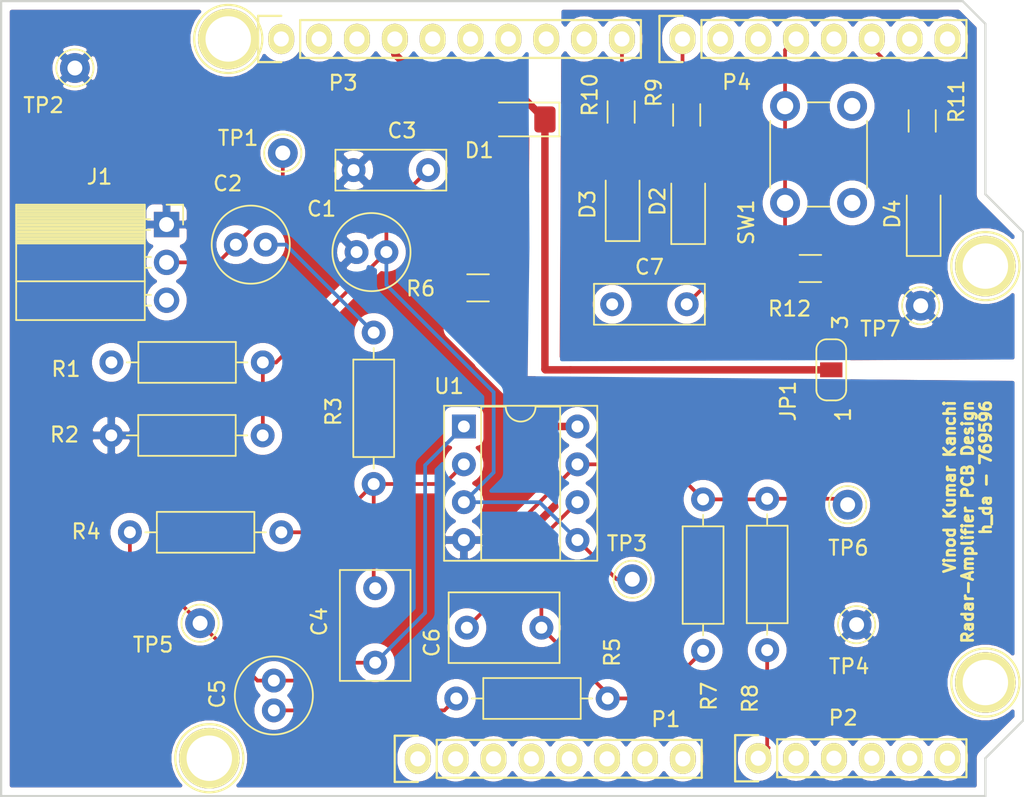
<source format=kicad_pcb>
(kicad_pcb (version 20171130) (host pcbnew "(5.1.9)-1")
  (title_block (title "Radar - Amplifier PCB Design") (date 2021-05-23) (rev Radar_1v1.1) (company h_da/Student) (comment 1 "Vinod Kumar Kanchi"))
  (layers (0 F.Cu signal) (1 Power power) (2 Ground power) (31 B.Cu signal) (34 B.Paste user) (35 F.Paste user) (36 B.SilkS user) (37 F.SilkS user) (38 B.Mask user) (39 F.Mask user) (44 Edge.Cuts user))
  (net 0 "")
  (net 1 /IOREF)
  (net 2 /Reset)
  (net 3 +5V)
  (net 4 GND)
  (net 5 /Vin)
  (net 6 /A0)
  (net 7 /A1)
  (net 8 /A2)
  (net 9 /A3)
  (net 10 /AREF)
  (net 11 "/9(**)")
  (net 12 /8)
  (net 13 /7)
  (net 14 "/6(**)")
  (net 15 "/5(**)")
  (net 16 /4)
  (net 17 "/3(**)")
  (net 18 /2)
  (net 19 "/1(Tx)")
  (net 20 "/0(Rx)")
  (net 21 "Net-(P5-Pad1)")
  (net 22 "Net-(P6-Pad1)")
  (net 23 "Net-(P7-Pad1)")
  (net 24 "Net-(P8-Pad1)")
  (net 25 "/13(SCK)")
  (net 26 "/10(**/SS)")
  (net 27 "Net-(P1-Pad1)")
  (net 28 +3V3)
  (net 29 "/12(MISO)")
  (net 30 "/11(**/MOSI)")
  (net 31 /V_cm)
  (net 32 GNDA)
  (net 33 /VAinp)
  (net 34 "Net-(C2-Pad1)")
  (net 35 "Net-(C4-Pad1)")
  (net 36 "Net-(C4-Pad2)")
  (net 37 "Net-(C5-Pad2)")
  (net 38 "Net-(C6-Pad2)")
  (net 39 "Net-(C6-Pad1)")
  (net 40 "Net-(D1-Pad2)")
  (net 41 GNDD)
  (net 42 "Net-(D2-Pad2)")
  (net 43 "Net-(D3-Pad2)")
  (net 44 "Net-(D4-Pad2)")
  (net 45 "Net-(P2-Pad5)")
  (net 46 "Net-(P2-Pad6)")
  (net 47 "Net-(P3-Pad1)")
  (net 48 "Net-(P3-Pad2)")
  (net 49 "Net-(P1-Pad6)")
  (net 50 "Net-(P1-Pad7)")
  (module Package_DIP:DIP-8_W7.62mm_Socket (layer F.Cu) (at 142.048 101.565)
    (fp_text reference U1 (at -1 -2.7) (layer F.SilkS))
    (fp_text value LMV358)
    (fp_line (start 8.95 -1.39) (end -1.33 -1.39) (layer F.SilkS) (width 0.12))
    (fp_line (start 8.95 9.01) (end 8.95 -1.39) (layer F.SilkS) (width 0.12))
    (fp_line (start -1.33 9.01) (end 8.95 9.01) (layer F.SilkS) (width 0.12))
    (fp_line (start -1.33 -1.39) (end -1.33 9.01) (layer F.SilkS) (width 0.12))
    (fp_line (start 6.46 -1.33) (end 4.81 -1.33) (layer F.SilkS) (width 0.12))
    (fp_line (start 6.46 8.95) (end 6.46 -1.33) (layer F.SilkS) (width 0.12))
    (fp_line (start 1.16 8.95) (end 6.46 8.95) (layer F.SilkS) (width 0.12))
    (fp_line (start 1.16 -1.33) (end 1.16 8.95) (layer F.SilkS) (width 0.12))
    (fp_line (start 2.81 -1.33) (end 1.16 -1.33) (layer F.SilkS) (width 0.12))
    (fp_arc (start 3.81 -1.33) (end 2.81 -1.33) (angle -180) (layer F.SilkS) (width 0.12))
    (pad 1 thru_hole rect (at 0 0) (size 1.6 1.6) (drill 0.8) (layers *.Cu *.Mask) (net 35 "Net-(C4-Pad1)"))
    (pad 5 thru_hole oval (at 7.62 7.62) (size 1.6 1.6) (drill 0.8) (layers *.Cu *.Mask) (net 31 /V_cm))
    (pad 2 thru_hole oval (at 0 2.54) (size 1.6 1.6) (drill 0.8) (layers *.Cu *.Mask) (net 36 "Net-(C4-Pad2)"))
    (pad 6 thru_hole oval (at 7.62 5.08) (size 1.6 1.6) (drill 0.8) (layers *.Cu *.Mask) (net 38 "Net-(C6-Pad2)"))
    (pad 3 thru_hole oval (at 0 5.08) (size 1.6 1.6) (drill 0.8) (layers *.Cu *.Mask) (net 31 /V_cm))
    (pad 7 thru_hole oval (at 7.62 2.54) (size 1.6 1.6) (drill 0.8) (layers *.Cu *.Mask) (net 39 "Net-(C6-Pad1)"))
    (pad 4 thru_hole oval (at 0 7.62) (size 1.6 1.6) (drill 0.8) (layers *.Cu *.Mask) (net 32 GNDA))
    (pad 8 thru_hole oval (at 7.62 0) (size 1.6 1.6) (drill 0.8) (layers *.Cu *.Mask) (net 3 +5V))
  )
  (module Resistor_THT:R_Axial_DIN0207_L6.3mm_D2.5mm_P10.16mm_Horizontal (layer F.Cu) (at 135.998 95.265 270)
    (fp_text reference R3 (at 5.3 2.7 90) (layer F.SilkS))
    (fp_text value 2.2k)
    (fp_line (start 9.12 0) (end 8.35 0) (layer F.SilkS) (width 0.12))
    (fp_line (start 1.04 0) (end 1.81 0) (layer F.SilkS) (width 0.12))
    (fp_line (start 8.35 -1.37) (end 1.81 -1.37) (layer F.SilkS) (width 0.12))
    (fp_line (start 8.35 1.37) (end 8.35 -1.37) (layer F.SilkS) (width 0.12))
    (fp_line (start 1.81 1.37) (end 8.35 1.37) (layer F.SilkS) (width 0.12))
    (fp_line (start 1.81 -1.37) (end 1.81 1.37) (layer F.SilkS) (width 0.12))
    (pad 1 thru_hole circle (at 0 0 270) (size 1.6 1.6) (drill 0.8) (layers *.Cu *.Mask) (net 34 "Net-(C2-Pad1)"))
    (pad 2 thru_hole oval (at 10.16 0 270) (size 1.6 1.6) (drill 0.8) (layers *.Cu *.Mask) (net 36 "Net-(C4-Pad2)"))
  )
  (module Connector_PinSocket_2.54mm:PinSocket_1x03_P2.54mm_Horizontal (layer F.Cu) (at 122.098 88.015)
    (fp_text reference J1 (at -4.5 -3.2) (layer F.SilkS))
    (fp_text value Conn_01x03_Female)
    (fp_line (start 0 -1.33) (end 1.11 -1.33) (layer F.SilkS) (width 0.12))
    (fp_line (start 1.11 -1.33) (end 1.11 0) (layer F.SilkS) (width 0.12))
    (fp_line (start -10.09 -1.33) (end -10.09 6.41) (layer F.SilkS) (width 0.12))
    (fp_line (start -10.09 6.41) (end -1.46 6.41) (layer F.SilkS) (width 0.12))
    (fp_line (start -1.46 -1.33) (end -1.46 6.41) (layer F.SilkS) (width 0.12))
    (fp_line (start -10.09 -1.33) (end -1.46 -1.33) (layer F.SilkS) (width 0.12))
    (fp_line (start -10.09 3.81) (end -1.46 3.81) (layer F.SilkS) (width 0.12))
    (fp_line (start -10.09 1.27) (end -1.46 1.27) (layer F.SilkS) (width 0.12))
    (fp_line (start -1.46 5.44) (end -1.05 5.44) (layer F.SilkS) (width 0.12))
    (fp_line (start -1.46 4.72) (end -1.05 4.72) (layer F.SilkS) (width 0.12))
    (fp_line (start -1.46 2.9) (end -1.05 2.9) (layer F.SilkS) (width 0.12))
    (fp_line (start -1.46 2.18) (end -1.05 2.18) (layer F.SilkS) (width 0.12))
    (fp_line (start -1.46 0.36) (end -1.11 0.36) (layer F.SilkS) (width 0.12))
    (fp_line (start -1.46 -0.36) (end -1.11 -0.36) (layer F.SilkS) (width 0.12))
    (fp_line (start -10.09 1.1519) (end -1.46 1.1519) (layer F.SilkS) (width 0.12))
    (fp_line (start -10.09 1.033805) (end -1.46 1.033805) (layer F.SilkS) (width 0.12))
    (fp_line (start -10.09 0.91571) (end -1.46 0.91571) (layer F.SilkS) (width 0.12))
    (fp_line (start -10.09 0.797615) (end -1.46 0.797615) (layer F.SilkS) (width 0.12))
    (fp_line (start -10.09 0.67952) (end -1.46 0.67952) (layer F.SilkS) (width 0.12))
    (fp_line (start -10.09 0.561425) (end -1.46 0.561425) (layer F.SilkS) (width 0.12))
    (fp_line (start -10.09 0.44333) (end -1.46 0.44333) (layer F.SilkS) (width 0.12))
    (fp_line (start -10.09 0.325235) (end -1.46 0.325235) (layer F.SilkS) (width 0.12))
    (fp_line (start -10.09 0.20714) (end -1.46 0.20714) (layer F.SilkS) (width 0.12))
    (fp_line (start -10.09 0.089045) (end -1.46 0.089045) (layer F.SilkS) (width 0.12))
    (fp_line (start -10.09 -0.02905) (end -1.46 -0.02905) (layer F.SilkS) (width 0.12))
    (fp_line (start -10.09 -0.147145) (end -1.46 -0.147145) (layer F.SilkS) (width 0.12))
    (fp_line (start -10.09 -0.26524) (end -1.46 -0.26524) (layer F.SilkS) (width 0.12))
    (fp_line (start -10.09 -0.383335) (end -1.46 -0.383335) (layer F.SilkS) (width 0.12))
    (fp_line (start -10.09 -0.50143) (end -1.46 -0.50143) (layer F.SilkS) (width 0.12))
    (fp_line (start -10.09 -0.619525) (end -1.46 -0.619525) (layer F.SilkS) (width 0.12))
    (fp_line (start -10.09 -0.73762) (end -1.46 -0.73762) (layer F.SilkS) (width 0.12))
    (fp_line (start -10.09 -0.855715) (end -1.46 -0.855715) (layer F.SilkS) (width 0.12))
    (fp_line (start -10.09 -0.97381) (end -1.46 -0.97381) (layer F.SilkS) (width 0.12))
    (fp_line (start -10.09 -1.091905) (end -1.46 -1.091905) (layer F.SilkS) (width 0.12))
    (fp_line (start -10.09 -1.21) (end -1.46 -1.21) (layer F.SilkS) (width 0.12))
    (pad 1 thru_hole rect (at 0 0) (size 1.7 1.7) (drill 1) (layers *.Cu *.Mask) (net 32 GNDA))
    (pad 2 thru_hole oval (at 0 2.54) (size 1.7 1.7) (drill 1) (layers *.Cu *.Mask) (net 33 /VAinp))
    (pad 3 thru_hole oval (at 0 5.08) (size 1.7 1.7) (drill 1) (layers *.Cu *.Mask) (net 3 +5V))
  )
  (module Capacitor_THT:C_Rect_L7.2mm_W2.5mm_P5.00mm_FKS2_FKP2_MKS2_MKP2 (layer F.Cu) (at 139.648 84.365 180)
    (fp_text reference C3 (at 1.75 2.65) (layer F.SilkS))
    (fp_text value 100nF)
    (fp_line (start 6.22 -1.37) (end 6.22 1.37) (layer F.SilkS) (width 0.12))
    (fp_line (start -1.22 -1.37) (end -1.22 1.37) (layer F.SilkS) (width 0.12))
    (fp_line (start -1.22 1.37) (end 6.22 1.37) (layer F.SilkS) (width 0.12))
    (fp_line (start -1.22 -1.37) (end 6.22 -1.37) (layer F.SilkS) (width 0.12))
    (pad 1 thru_hole circle (at 0 0 180) (size 1.6 1.6) (drill 0.8) (layers *.Cu *.Mask) (net 31 /V_cm))
    (pad 2 thru_hole circle (at 5 0 180) (size 1.6 1.6) (drill 0.8) (layers *.Cu *.Mask) (net 32 GNDA))
  )
  (module Capacitor_THT:C_Rect_L7.2mm_W4.5mm_P5.00mm_FKS2_FKP2_MKS2_MKP2 (layer F.Cu) (at 142.248 115.065)
    (fp_text reference C6 (at -2.35 1 90) (layer F.SilkS))
    (fp_text value 3.3nF)
    (fp_line (start -1.22 -2.37) (end 6.22 -2.37) (layer F.SilkS) (width 0.12))
    (fp_line (start -1.22 2.37) (end 6.22 2.37) (layer F.SilkS) (width 0.12))
    (fp_line (start -1.22 -2.37) (end -1.22 2.37) (layer F.SilkS) (width 0.12))
    (fp_line (start 6.22 -2.37) (end 6.22 2.37) (layer F.SilkS) (width 0.12))
    (pad 2 thru_hole circle (at 5 0) (size 1.6 1.6) (drill 0.8) (layers *.Cu *.Mask) (net 38 "Net-(C6-Pad2)"))
    (pad 1 thru_hole circle (at 0 0) (size 1.6 1.6) (drill 0.8) (layers *.Cu *.Mask) (net 39 "Net-(C6-Pad1)"))
  )
  (module LED_SMD:LED_1206_3216Metric_Pad1.42x1.75mm_HandSolder (layer F.Cu) (at 145.998 80.965 180)
    (fp_text reference D1 (at 2.925 -2.075) (layer F.SilkS))
    (fp_text value "Red LED")
    (fp_line (start 1.6 -1.135) (end -2.46 -1.135) (layer F.SilkS) (width 0.12))
    (fp_line (start -2.46 -1.135) (end -2.46 1.135) (layer F.SilkS) (width 0.12))
    (fp_line (start -2.46 1.135) (end 1.6 1.135) (layer F.SilkS) (width 0.12))
    (pad 2 smd roundrect (at 1.4875 0 180) (size 1.425 1.75) (layers F.Cu F.Paste F.Mask) (roundrect_rratio 0.1754385964912281) (net 40 "Net-(D1-Pad2)"))
    (pad 1 smd roundrect (at -1.4875 0 180) (size 1.425 1.75) (layers F.Cu F.Paste F.Mask) (roundrect_rratio 0.1754385964912281) (net 4 GND))
  )
  (module Socket_Arduino_Uno:Socket_Strip_Arduino_1x06 (layer F.Cu) (at 161.798 123.825)
    (fp_text reference P2 (at 5.7 -2.71) (layer F.SilkS))
    (fp_text value Analog)
    (fp_line (start -1.55 -1.55) (end -1.55 1.55) (layer F.SilkS) (width 0.15))
    (fp_line (start 0 -1.55) (end -1.55 -1.55) (layer F.SilkS) (width 0.15))
    (fp_line (start 1.27 1.27) (end 1.27 -1.27) (layer F.SilkS) (width 0.15))
    (fp_line (start -1.55 1.55) (end 0 1.55) (layer F.SilkS) (width 0.15))
    (fp_line (start 13.97 -1.27) (end 1.27 -1.27) (layer F.SilkS) (width 0.15))
    (fp_line (start 13.97 1.27) (end 13.97 -1.27) (layer F.SilkS) (width 0.15))
    (fp_line (start 1.27 1.27) (end 13.97 1.27) (layer F.SilkS) (width 0.15))
    (pad 1 thru_hole oval (at 0 0) (size 1.7272 2.032) (drill 1.016) (layers *.Cu *.Mask F.SilkS) (net 6 /A0))
    (pad 2 thru_hole oval (at 2.54 0) (size 1.7272 2.032) (drill 1.016) (layers *.Cu *.Mask F.SilkS) (net 7 /A1))
    (pad 3 thru_hole oval (at 5.08 0) (size 1.7272 2.032) (drill 1.016) (layers *.Cu *.Mask F.SilkS) (net 8 /A2))
    (pad 4 thru_hole oval (at 7.62 0) (size 1.7272 2.032) (drill 1.016) (layers *.Cu *.Mask F.SilkS) (net 9 /A3))
    (pad 5 thru_hole oval (at 10.16 0) (size 1.7272 2.032) (drill 1.016) (layers *.Cu *.Mask F.SilkS) (net 45 "Net-(P2-Pad5)"))
    (pad 6 thru_hole oval (at 12.7 0) (size 1.7272 2.032) (drill 1.016) (layers *.Cu *.Mask F.SilkS) (net 46 "Net-(P2-Pad6)"))
  )
  (module Socket_Arduino_Uno:Socket_Strip_Arduino_1x10 (layer F.Cu) (at 129.794 75.565)
    (fp_text reference P3 (at 4.154 2.95) (layer F.SilkS))
    (fp_text value Digital)
    (fp_line (start -1.55 -1.55) (end -1.55 1.55) (layer F.SilkS) (width 0.15))
    (fp_line (start 0 -1.55) (end -1.55 -1.55) (layer F.SilkS) (width 0.15))
    (fp_line (start 1.27 1.27) (end 1.27 -1.27) (layer F.SilkS) (width 0.15))
    (fp_line (start -1.55 1.55) (end 0 1.55) (layer F.SilkS) (width 0.15))
    (fp_line (start 24.13 -1.27) (end 1.27 -1.27) (layer F.SilkS) (width 0.15))
    (fp_line (start 24.13 1.27) (end 24.13 -1.27) (layer F.SilkS) (width 0.15))
    (fp_line (start 1.27 1.27) (end 24.13 1.27) (layer F.SilkS) (width 0.15))
    (pad 1 thru_hole oval (at 0 0) (size 1.7272 2.032) (drill 1.016) (layers *.Cu *.Mask F.SilkS) (net 47 "Net-(P3-Pad1)"))
    (pad 2 thru_hole oval (at 2.54 0) (size 1.7272 2.032) (drill 1.016) (layers *.Cu *.Mask F.SilkS) (net 48 "Net-(P3-Pad2)"))
    (pad 3 thru_hole oval (at 5.08 0) (size 1.7272 2.032) (drill 1.016) (layers *.Cu *.Mask F.SilkS) (net 10 /AREF))
    (pad 4 thru_hole oval (at 7.62 0) (size 1.7272 2.032) (drill 1.016) (layers *.Cu *.Mask F.SilkS) (net 4 GND))
    (pad 5 thru_hole oval (at 10.16 0) (size 1.7272 2.032) (drill 1.016) (layers *.Cu *.Mask F.SilkS) (net 25 "/13(SCK)"))
    (pad 6 thru_hole oval (at 12.7 0) (size 1.7272 2.032) (drill 1.016) (layers *.Cu *.Mask F.SilkS) (net 29 "/12(MISO)"))
    (pad 7 thru_hole oval (at 15.24 0) (size 1.7272 2.032) (drill 1.016) (layers *.Cu *.Mask F.SilkS) (net 30 "/11(**/MOSI)"))
    (pad 8 thru_hole oval (at 17.78 0) (size 1.7272 2.032) (drill 1.016) (layers *.Cu *.Mask F.SilkS) (net 26 "/10(**/SS)"))
    (pad 9 thru_hole oval (at 20.32 0) (size 1.7272 2.032) (drill 1.016) (layers *.Cu *.Mask F.SilkS) (net 11 "/9(**)"))
    (pad 10 thru_hole oval (at 22.86 0) (size 1.7272 2.032) (drill 1.016) (layers *.Cu *.Mask F.SilkS) (net 12 /8))
  )
  (module Socket_Arduino_Uno:Socket_Strip_Arduino_1x08 (layer F.Cu) (at 156.718 75.565)
    (fp_text reference P4 (at 3.63 2.9) (layer F.SilkS))
    (fp_text value Digital)
    (fp_line (start -1.55 -1.55) (end -1.55 1.55) (layer F.SilkS) (width 0.15))
    (fp_line (start 0 -1.55) (end -1.55 -1.55) (layer F.SilkS) (width 0.15))
    (fp_line (start 1.27 1.27) (end 1.27 -1.27) (layer F.SilkS) (width 0.15))
    (fp_line (start -1.55 1.55) (end 0 1.55) (layer F.SilkS) (width 0.15))
    (fp_line (start 19.05 -1.27) (end 1.27 -1.27) (layer F.SilkS) (width 0.15))
    (fp_line (start 19.05 1.27) (end 19.05 -1.27) (layer F.SilkS) (width 0.15))
    (fp_line (start 1.27 1.27) (end 19.05 1.27) (layer F.SilkS) (width 0.15))
    (pad 1 thru_hole oval (at 0 0) (size 1.7272 2.032) (drill 1.016) (layers *.Cu *.Mask F.SilkS) (net 13 /7))
    (pad 2 thru_hole oval (at 2.54 0) (size 1.7272 2.032) (drill 1.016) (layers *.Cu *.Mask F.SilkS) (net 14 "/6(**)"))
    (pad 3 thru_hole oval (at 5.08 0) (size 1.7272 2.032) (drill 1.016) (layers *.Cu *.Mask F.SilkS) (net 15 "/5(**)"))
    (pad 4 thru_hole oval (at 7.62 0) (size 1.7272 2.032) (drill 1.016) (layers *.Cu *.Mask F.SilkS) (net 16 /4))
    (pad 5 thru_hole oval (at 10.16 0) (size 1.7272 2.032) (drill 1.016) (layers *.Cu *.Mask F.SilkS) (net 17 "/3(**)"))
    (pad 6 thru_hole oval (at 12.7 0) (size 1.7272 2.032) (drill 1.016) (layers *.Cu *.Mask F.SilkS) (net 18 /2))
    (pad 7 thru_hole oval (at 15.24 0) (size 1.7272 2.032) (drill 1.016) (layers *.Cu *.Mask F.SilkS) (net 19 "/1(Tx)"))
    (pad 8 thru_hole oval (at 17.78 0) (size 1.7272 2.032) (drill 1.016) (layers *.Cu *.Mask F.SilkS) (net 20 "/0(Rx)"))
  )
  (module Socket_Arduino_Uno:Arduino_1pin (layer F.Cu) (at 124.968 123.825)
    (fp_text reference P5 hide)
    (fp_text value CONN_01X01 hide)
    (fp_circle (center 0 0) (end 0 -2.286) (layer F.SilkS) (width 0.15))
    (pad 1 thru_hole circle (at 0 0) (size 4.064 4.064) (drill 3.048) (layers *.Cu *.Mask F.SilkS) (net 21 "Net-(P5-Pad1)"))
  )
  (module Socket_Arduino_Uno:Arduino_1pin (layer F.Cu) (at 177.038 118.745)
    (fp_text reference P6 hide)
    (fp_text value CONN_01X01 hide)
    (fp_circle (center 0 0) (end 0 -2.286) (layer F.SilkS) (width 0.15))
    (pad 1 thru_hole circle (at 0 0) (size 4.064 4.064) (drill 3.048) (layers *.Cu *.Mask F.SilkS) (net 22 "Net-(P6-Pad1)"))
  )
  (module Socket_Arduino_Uno:Arduino_1pin (layer F.Cu) (at 126.238 75.565)
    (fp_text reference P7 hide)
    (fp_text value CONN_01X01 hide)
    (fp_circle (center 0 0) (end 0 -2.286) (layer F.SilkS) (width 0.15))
    (pad 1 thru_hole circle (at 0 0) (size 4.064 4.064) (drill 3.048) (layers *.Cu *.Mask F.SilkS) (net 23 "Net-(P7-Pad1)"))
  )
  (module Socket_Arduino_Uno:Arduino_1pin (layer F.Cu) (at 177.038 90.805)
    (fp_text reference P8 hide)
    (fp_text value CONN_01X01 hide)
    (fp_circle (center 0 0) (end 0 -2.286) (layer F.SilkS) (width 0.15))
    (pad 1 thru_hole circle (at 0 0) (size 4.064 4.064) (drill 3.048) (layers *.Cu *.Mask F.SilkS) (net 24 "Net-(P8-Pad1)"))
  )
  (module Capacitor_THT:C_Radial_D5.0mm_H11.0mm_P2.00mm (layer F.Cu) (at 136.848 89.865 180)
    (fp_text reference C1 (at 4.35 2.9) (layer F.SilkS))
    (fp_text value 22uF)
    (fp_circle (center 1 0) (end 3.62 0) (layer F.SilkS) (width 0.12))
    (pad 1 thru_hole circle (at 0 0 180) (size 1.6 1.6) (drill 0.8) (layers *.Cu *.Mask) (net 31 /V_cm))
    (pad 2 thru_hole circle (at 2 0 180) (size 1.6 1.6) (drill 0.8) (layers *.Cu *.Mask) (net 32 GNDA))
  )
  (module Capacitor_THT:C_Radial_D5.0mm_H11.0mm_P2.00mm (layer F.Cu) (at 128.748 89.365 180)
    (fp_text reference C2 (at 2.55 4.1) (layer F.SilkS))
    (fp_text value 4.7uF)
    (fp_circle (center 1 0) (end 3.62 0) (layer F.SilkS) (width 0.12))
    (pad 2 thru_hole circle (at 2 0 180) (size 1.6 1.6) (drill 0.8) (layers *.Cu *.Mask) (net 33 /VAinp))
    (pad 1 thru_hole circle (at 0 0 180) (size 1.6 1.6) (drill 0.8) (layers *.Cu *.Mask) (net 34 "Net-(C2-Pad1)"))
  )
  (module Capacitor_THT:C_Rect_L7.2mm_W4.5mm_P5.00mm_FKS2_FKP2_MKS2_MKP2 (layer F.Cu) (at 136.098 117.415 90)
    (fp_text reference C4 (at 2.75 -3.75 90) (layer F.SilkS))
    (fp_text value 1.5nF)
    (fp_line (start 6.22 -2.37) (end 6.22 2.37) (layer F.SilkS) (width 0.12))
    (fp_line (start -1.22 -2.37) (end -1.22 2.37) (layer F.SilkS) (width 0.12))
    (fp_line (start -1.22 2.37) (end 6.22 2.37) (layer F.SilkS) (width 0.12))
    (fp_line (start -1.22 -2.37) (end 6.22 -2.37) (layer F.SilkS) (width 0.12))
    (pad 1 thru_hole circle (at 0 0 90) (size 1.6 1.6) (drill 0.8) (layers *.Cu *.Mask) (net 35 "Net-(C4-Pad1)"))
    (pad 2 thru_hole circle (at 5 0 90) (size 1.6 1.6) (drill 0.8) (layers *.Cu *.Mask) (net 36 "Net-(C4-Pad2)"))
  )
  (module Capacitor_THT:C_Radial_D5.0mm_H11.0mm_P2.00mm (layer F.Cu) (at 129.298 118.615 270)
    (fp_text reference C5 (at 0.9 3.8 90) (layer F.SilkS))
    (fp_text value 4.7uF)
    (fp_circle (center 1 0) (end 3.62 0) (layer F.SilkS) (width 0.12))
    (pad 1 thru_hole circle (at 0 0 270) (size 1.6 1.6) (drill 0.8) (layers *.Cu *.Mask) (net 35 "Net-(C4-Pad1)"))
    (pad 2 thru_hole circle (at 2 0 270) (size 1.6 1.6) (drill 0.8) (layers *.Cu *.Mask) (net 37 "Net-(C5-Pad2)"))
  )
  (module LED_SMD:LED_1206_3216Metric_Pad1.42x1.75mm_HandSolder (layer F.Cu) (at 157.098 86.865 90)
    (fp_text reference D2 (at 0.4 -2.05 90) (layer F.SilkS))
    (fp_text value "Red LED")
    (fp_line (start -2.46 1.135) (end 1.6 1.135) (layer F.SilkS) (width 0.12))
    (fp_line (start -2.46 -1.135) (end -2.46 1.135) (layer F.SilkS) (width 0.12))
    (fp_line (start 1.6 -1.135) (end -2.46 -1.135) (layer F.SilkS) (width 0.12))
    (pad 1 smd roundrect (at -1.4875 0 90) (size 1.425 1.75) (layers F.Cu F.Paste F.Mask) (roundrect_rratio 0.1754385964912281) (net 41 GNDD))
    (pad 2 smd roundrect (at 1.4875 0 90) (size 1.425 1.75) (layers F.Cu F.Paste F.Mask) (roundrect_rratio 0.1754385964912281) (net 42 "Net-(D2-Pad2)"))
  )
  (module LED_SMD:LED_1206_3216Metric_Pad1.42x1.75mm_HandSolder (layer F.Cu) (at 152.698 86.665 90)
    (fp_text reference D3 (at 0 -2.35 90) (layer F.SilkS))
    (fp_text value "Yellow LED")
    (fp_line (start 1.6 -1.135) (end -2.46 -1.135) (layer F.SilkS) (width 0.12))
    (fp_line (start -2.46 -1.135) (end -2.46 1.135) (layer F.SilkS) (width 0.12))
    (fp_line (start -2.46 1.135) (end 1.6 1.135) (layer F.SilkS) (width 0.12))
    (pad 2 smd roundrect (at 1.4875 0 90) (size 1.425 1.75) (layers F.Cu F.Paste F.Mask) (roundrect_rratio 0.1754385964912281) (net 43 "Net-(D3-Pad2)"))
    (pad 1 smd roundrect (at -1.4875 0 90) (size 1.425 1.75) (layers F.Cu F.Paste F.Mask) (roundrect_rratio 0.1754385964912281) (net 41 GNDD))
  )
  (module LED_SMD:LED_1206_3216Metric_Pad1.42x1.75mm_HandSolder (layer F.Cu) (at 172.898 87.665 90)
    (fp_text reference D4 (at 0.35 -2.1 90) (layer F.SilkS))
    (fp_text value "Green LED")
    (fp_line (start -2.46 1.135) (end 1.6 1.135) (layer F.SilkS) (width 0.12))
    (fp_line (start -2.46 -1.135) (end -2.46 1.135) (layer F.SilkS) (width 0.12))
    (fp_line (start 1.6 -1.135) (end -2.46 -1.135) (layer F.SilkS) (width 0.12))
    (pad 1 smd roundrect (at -1.4875 0 90) (size 1.425 1.75) (layers F.Cu F.Paste F.Mask) (roundrect_rratio 0.1754385964912281) (net 41 GNDD))
    (pad 2 smd roundrect (at 1.4875 0 90) (size 1.425 1.75) (layers F.Cu F.Paste F.Mask) (roundrect_rratio 0.1754385964912281) (net 44 "Net-(D4-Pad2)"))
  )
  (module Resistor_THT:R_Axial_DIN0207_L6.3mm_D2.5mm_P10.16mm_Horizontal (layer F.Cu) (at 118.398 97.265)
    (fp_text reference R1 (at -3.05 0.45) (layer F.SilkS))
    (fp_text value 1k)
    (fp_line (start 9.12 0) (end 8.35 0) (layer F.SilkS) (width 0.12))
    (fp_line (start 1.04 0) (end 1.81 0) (layer F.SilkS) (width 0.12))
    (fp_line (start 8.35 -1.37) (end 1.81 -1.37) (layer F.SilkS) (width 0.12))
    (fp_line (start 8.35 1.37) (end 8.35 -1.37) (layer F.SilkS) (width 0.12))
    (fp_line (start 1.81 1.37) (end 8.35 1.37) (layer F.SilkS) (width 0.12))
    (fp_line (start 1.81 -1.37) (end 1.81 1.37) (layer F.SilkS) (width 0.12))
    (pad 1 thru_hole circle (at 0 0) (size 1.6 1.6) (drill 0.8) (layers *.Cu *.Mask) (net 3 +5V))
    (pad 2 thru_hole oval (at 10.16 0) (size 1.6 1.6) (drill 0.8) (layers *.Cu *.Mask) (net 31 /V_cm))
  )
  (module Resistor_THT:R_Axial_DIN0207_L6.3mm_D2.5mm_P10.16mm_Horizontal (layer F.Cu) (at 128.548 102.165 180)
    (fp_text reference R2 (at 13.3 0.05) (layer F.SilkS))
    (fp_text value 1k)
    (fp_line (start 1.81 -1.37) (end 1.81 1.37) (layer F.SilkS) (width 0.12))
    (fp_line (start 1.81 1.37) (end 8.35 1.37) (layer F.SilkS) (width 0.12))
    (fp_line (start 8.35 1.37) (end 8.35 -1.37) (layer F.SilkS) (width 0.12))
    (fp_line (start 8.35 -1.37) (end 1.81 -1.37) (layer F.SilkS) (width 0.12))
    (fp_line (start 1.04 0) (end 1.81 0) (layer F.SilkS) (width 0.12))
    (fp_line (start 9.12 0) (end 8.35 0) (layer F.SilkS) (width 0.12))
    (pad 2 thru_hole oval (at 10.16 0 180) (size 1.6 1.6) (drill 0.8) (layers *.Cu *.Mask) (net 32 GNDA))
    (pad 1 thru_hole circle (at 0 0 180) (size 1.6 1.6) (drill 0.8) (layers *.Cu *.Mask) (net 31 /V_cm))
  )
  (module Resistor_THT:R_Axial_DIN0207_L6.3mm_D2.5mm_P10.16mm_Horizontal (layer F.Cu) (at 129.798 108.665 180)
    (fp_text reference R4 (at 13.1 0.05) (layer F.SilkS))
    (fp_text value 220k)
    (fp_line (start 1.81 -1.37) (end 1.81 1.37) (layer F.SilkS) (width 0.12))
    (fp_line (start 1.81 1.37) (end 8.35 1.37) (layer F.SilkS) (width 0.12))
    (fp_line (start 8.35 1.37) (end 8.35 -1.37) (layer F.SilkS) (width 0.12))
    (fp_line (start 8.35 -1.37) (end 1.81 -1.37) (layer F.SilkS) (width 0.12))
    (fp_line (start 1.04 0) (end 1.81 0) (layer F.SilkS) (width 0.12))
    (fp_line (start 9.12 0) (end 8.35 0) (layer F.SilkS) (width 0.12))
    (pad 2 thru_hole oval (at 10.16 0 180) (size 1.6 1.6) (drill 0.8) (layers *.Cu *.Mask) (net 35 "Net-(C4-Pad1)"))
    (pad 1 thru_hole circle (at 0 0 180) (size 1.6 1.6) (drill 0.8) (layers *.Cu *.Mask) (net 36 "Net-(C4-Pad2)"))
  )
  (module Resistor_THT:R_Axial_DIN0207_L6.3mm_D2.5mm_P10.16mm_Horizontal (layer F.Cu) (at 141.538 119.815)
    (fp_text reference R5 (at 10.46 -3.1 90) (layer F.SilkS))
    (fp_text value 2.2k)
    (fp_line (start 9.12 0) (end 8.35 0) (layer F.SilkS) (width 0.12))
    (fp_line (start 1.04 0) (end 1.81 0) (layer F.SilkS) (width 0.12))
    (fp_line (start 8.35 -1.37) (end 1.81 -1.37) (layer F.SilkS) (width 0.12))
    (fp_line (start 8.35 1.37) (end 8.35 -1.37) (layer F.SilkS) (width 0.12))
    (fp_line (start 1.81 1.37) (end 8.35 1.37) (layer F.SilkS) (width 0.12))
    (fp_line (start 1.81 -1.37) (end 1.81 1.37) (layer F.SilkS) (width 0.12))
    (pad 1 thru_hole circle (at 0 0) (size 1.6 1.6) (drill 0.8) (layers *.Cu *.Mask) (net 37 "Net-(C5-Pad2)"))
    (pad 2 thru_hole oval (at 10.16 0) (size 1.6 1.6) (drill 0.8) (layers *.Cu *.Mask) (net 38 "Net-(C6-Pad2)"))
  )
  (module Resistor_SMD:R_1206_3216Metric_Pad1.30x1.75mm_HandSolder (layer F.Cu) (at 142.998 92.265 180)
    (fp_text reference R6 (at 3.85 -0.05) (layer F.SilkS))
    (fp_text value 1k)
    (fp_line (start -0.727064 -0.91) (end 0.727064 -0.91) (layer F.SilkS) (width 0.12))
    (fp_line (start -0.727064 0.91) (end 0.727064 0.91) (layer F.SilkS) (width 0.12))
    (pad 2 smd roundrect (at 1.55 0 180) (size 1.3 1.75) (layers F.Cu F.Paste F.Mask) (roundrect_rratio 0.1923069230769231) (net 3 +5V))
    (pad 1 smd roundrect (at -1.55 0 180) (size 1.3 1.75) (layers F.Cu F.Paste F.Mask) (roundrect_rratio 0.1923069230769231) (net 40 "Net-(D1-Pad2)"))
  )
  (module Resistor_THT:R_Axial_DIN0207_L6.3mm_D2.5mm_P10.16mm_Horizontal (layer F.Cu) (at 162.398 106.415 270)
    (fp_text reference R8 (at 13.4 1.15 90) (layer F.SilkS))
    (fp_text value 100)
    (fp_line (start 1.81 -1.37) (end 1.81 1.37) (layer F.SilkS) (width 0.12))
    (fp_line (start 1.81 1.37) (end 8.35 1.37) (layer F.SilkS) (width 0.12))
    (fp_line (start 8.35 1.37) (end 8.35 -1.37) (layer F.SilkS) (width 0.12))
    (fp_line (start 8.35 -1.37) (end 1.81 -1.37) (layer F.SilkS) (width 0.12))
    (fp_line (start 1.04 0) (end 1.81 0) (layer F.SilkS) (width 0.12))
    (fp_line (start 9.12 0) (end 8.35 0) (layer F.SilkS) (width 0.12))
    (pad 2 thru_hole oval (at 10.16 0 270) (size 1.6 1.6) (drill 0.8) (layers *.Cu *.Mask) (net 6 /A0))
    (pad 1 thru_hole circle (at 0 0 270) (size 1.6 1.6) (drill 0.8) (layers *.Cu *.Mask) (net 39 "Net-(C6-Pad1)"))
  )
  (module Resistor_SMD:R_1206_3216Metric_Pad1.30x1.75mm_HandSolder (layer F.Cu) (at 156.998 80.665 90)
    (fp_text reference R9 (at 1.5 -2.2 90) (layer F.SilkS))
    (fp_text value 470)
    (fp_line (start -0.727064 0.91) (end 0.727064 0.91) (layer F.SilkS) (width 0.12))
    (fp_line (start -0.727064 -0.91) (end 0.727064 -0.91) (layer F.SilkS) (width 0.12))
    (pad 1 smd roundrect (at -1.55 0 90) (size 1.3 1.75) (layers F.Cu F.Paste F.Mask) (roundrect_rratio 0.1923069230769231) (net 42 "Net-(D2-Pad2)"))
    (pad 2 smd roundrect (at 1.55 0 90) (size 1.3 1.75) (layers F.Cu F.Paste F.Mask) (roundrect_rratio 0.1923069230769231) (net 13 /7))
  )
  (module Resistor_SMD:R_1206_3216Metric_Pad1.30x1.75mm_HandSolder (layer F.Cu) (at 152.598 80.465 90)
    (fp_text reference R10 (at 1.15 -2.1 90) (layer F.SilkS))
    (fp_text value 470)
    (fp_line (start -0.727064 -0.91) (end 0.727064 -0.91) (layer F.SilkS) (width 0.12))
    (fp_line (start -0.727064 0.91) (end 0.727064 0.91) (layer F.SilkS) (width 0.12))
    (pad 2 smd roundrect (at 1.55 0 90) (size 1.3 1.75) (layers F.Cu F.Paste F.Mask) (roundrect_rratio 0.1923069230769231) (net 12 /8))
    (pad 1 smd roundrect (at -1.55 0 90) (size 1.3 1.75) (layers F.Cu F.Paste F.Mask) (roundrect_rratio 0.1923069230769231) (net 43 "Net-(D3-Pad2)"))
  )
  (module Resistor_SMD:R_1206_3216Metric_Pad1.30x1.75mm_HandSolder (layer F.Cu) (at 172.798 81.065 90)
    (fp_text reference R11 (at 1.3 2.3 90) (layer F.SilkS))
    (fp_text value 470)
    (fp_line (start -0.727064 0.91) (end 0.727064 0.91) (layer F.SilkS) (width 0.12))
    (fp_line (start -0.727064 -0.91) (end 0.727064 -0.91) (layer F.SilkS) (width 0.12))
    (pad 1 smd roundrect (at -1.55 0 90) (size 1.3 1.75) (layers F.Cu F.Paste F.Mask) (roundrect_rratio 0.1923069230769231) (net 44 "Net-(D4-Pad2)"))
    (pad 2 smd roundrect (at 1.55 0 90) (size 1.3 1.75) (layers F.Cu F.Paste F.Mask) (roundrect_rratio 0.1923069230769231) (net 18 /2))
  )
  (module Resistor_SMD:R_1206_3216Metric_Pad1.30x1.75mm_HandSolder (layer F.Cu) (at 165.298 90.965 180)
    (fp_text reference R12 (at 1.4 -2.7) (layer F.SilkS))
    (fp_text value 1k)
    (fp_line (start -0.727064 0.91) (end 0.727064 0.91) (layer F.SilkS) (width 0.12))
    (fp_line (start -0.727064 -0.91) (end 0.727064 -0.91) (layer F.SilkS) (width 0.12))
    (pad 1 smd roundrect (at -1.55 0 180) (size 1.3 1.75) (layers F.Cu F.Paste F.Mask) (roundrect_rratio 0.1923069230769231) (net 41 GNDD))
    (pad 2 smd roundrect (at 1.55 0 180) (size 1.3 1.75) (layers F.Cu F.Paste F.Mask) (roundrect_rratio 0.1923069230769231) (net 16 /4))
  )
  (module Button_Switch_THT:SW_PUSH_6mm_H7.3mm (layer F.Cu) (at 168.098 80.065 270)
    (fp_text reference SW1 (at 7.8 7.1 90) (layer F.SilkS))
    (fp_text value SW_Push)
    (fp_line (start 6.75 3) (end 6.75 1.5) (layer F.SilkS) (width 0.12))
    (fp_line (start 5.5 -1) (end 1 -1) (layer F.SilkS) (width 0.12))
    (fp_line (start -0.25 1.5) (end -0.25 3) (layer F.SilkS) (width 0.12))
    (fp_line (start 1 5.5) (end 5.5 5.5) (layer F.SilkS) (width 0.12))
    (pad 2 thru_hole circle (at 0 4.5) (size 2 2) (drill 1.1) (layers *.Cu *.Mask) (net 16 /4))
    (pad 1 thru_hole circle (at 0 0) (size 2 2) (drill 1.1) (layers *.Cu *.Mask) (net 3 +5V))
    (pad 2 thru_hole circle (at 6.5 4.5) (size 2 2) (drill 1.1) (layers *.Cu *.Mask) (net 16 /4))
    (pad 1 thru_hole circle (at 6.5 0) (size 2 2) (drill 1.1) (layers *.Cu *.Mask) (net 3 +5V))
  )
  (module Connector_Pin:Pin_D1.0mm_L10.0mm (layer F.Cu) (at 129.898 83.215)
    (fp_text reference TP1 (at -3 -1) (layer F.SilkS))
    (fp_text value TestPoint)
    (fp_circle (center 0 0) (end 1.25 0.05) (layer F.SilkS) (width 0.12))
    (pad 1 thru_hole circle (at 0 0) (size 2 2) (drill 1) (layers *.Cu *.Mask) (net 33 /VAinp))
  )
  (module Connector_Pin:Pin_D1.0mm_L10.0mm (layer F.Cu) (at 115.948 77.515)
    (fp_text reference TP2 (at -2.1 2.5) (layer F.SilkS))
    (fp_text value TestPoint)
    (fp_circle (center 0 0) (end 1.25 0.05) (layer F.SilkS) (width 0.12))
    (pad 1 thru_hole circle (at 0 0) (size 2 2) (drill 1) (layers *.Cu *.Mask) (net 32 GNDA))
  )
  (module Connector_Pin:Pin_D1.0mm_L10.0mm (layer F.Cu) (at 153.348 111.815)
    (fp_text reference TP3 (at -0.35 -2.4) (layer F.SilkS))
    (fp_text value TestPoint)
    (fp_circle (center 0 0) (end 1.25 0.05) (layer F.SilkS) (width 0.12))
    (pad 1 thru_hole circle (at 0 0) (size 2 2) (drill 1) (layers *.Cu *.Mask) (net 31 /V_cm))
  )
  (module Connector_Pin:Pin_D1.0mm_L10.0mm (layer F.Cu) (at 168.398 114.865)
    (fp_text reference TP4 (at -0.5 2.8) (layer F.SilkS))
    (fp_text value TestPoint)
    (fp_circle (center 0 0) (end 1.25 0.05) (layer F.SilkS) (width 0.12))
    (pad 1 thru_hole circle (at 0 0) (size 2 2) (drill 1) (layers *.Cu *.Mask) (net 32 GNDA))
  )
  (module Connector_Pin:Pin_D1.0mm_L10.0mm (layer F.Cu) (at 124.348 114.765)
    (fp_text reference TP5 (at -3.15 1.45) (layer F.SilkS))
    (fp_text value TestPoint)
    (fp_circle (center 0 0) (end 1.25 0.05) (layer F.SilkS) (width 0.12))
    (pad 1 thru_hole circle (at 0 0) (size 2 2) (drill 1) (layers *.Cu *.Mask) (net 35 "Net-(C4-Pad1)"))
  )
  (module Connector_Pin:Pin_D1.0mm_L10.0mm (layer F.Cu) (at 167.798 106.815)
    (fp_text reference TP6 (at 0.05 2.9) (layer F.SilkS))
    (fp_text value TestPoint)
    (fp_circle (center 0 0) (end 1.25 0.05) (layer F.SilkS) (width 0.12))
    (pad 1 thru_hole circle (at 0 0) (size 2 2) (drill 1) (layers *.Cu *.Mask) (net 39 "Net-(C6-Pad1)"))
  )
  (module Resistor_THT:R_Axial_DIN0207_L6.3mm_D2.5mm_P10.16mm_Horizontal (layer F.Cu) (at 158.098 116.615 90)
    (fp_text reference R7 (at -3.05 0.4 90) (layer F.SilkS))
    (fp_text value 100k)
    (fp_line (start 9.12 0) (end 8.35 0) (layer F.SilkS) (width 0.12))
    (fp_line (start 1.04 0) (end 1.81 0) (layer F.SilkS) (width 0.12))
    (fp_line (start 8.35 -1.37) (end 1.81 -1.37) (layer F.SilkS) (width 0.12))
    (fp_line (start 8.35 1.37) (end 8.35 -1.37) (layer F.SilkS) (width 0.12))
    (fp_line (start 1.81 1.37) (end 8.35 1.37) (layer F.SilkS) (width 0.12))
    (fp_line (start 1.81 -1.37) (end 1.81 1.37) (layer F.SilkS) (width 0.12))
    (pad 1 thru_hole circle (at 0 0 90) (size 1.6 1.6) (drill 0.8) (layers *.Cu *.Mask) (net 38 "Net-(C6-Pad2)"))
    (pad 2 thru_hole oval (at 10.16 0 90) (size 1.6 1.6) (drill 0.8) (layers *.Cu *.Mask) (net 39 "Net-(C6-Pad1)"))
  )
  (module Jumper:SolderJumper-3_P1.3mm_Open_RoundedPad1.0x1.5mm_NumberLabels (layer F.Cu) (at 166.698 97.765 90)
    (fp_text reference JP1 (at -2.1 -2.9 90) (layer F.SilkS))
    (fp_text value SolderJumper_3_Open)
    (fp_line (start -1.4 -1) (end 1.4 -1) (layer F.SilkS) (width 0.12))
    (fp_line (start 2.05 -0.3) (end 2.05 0.3) (layer F.SilkS) (width 0.12))
    (fp_line (start 1.4 1) (end -1.4 1) (layer F.SilkS) (width 0.12))
    (fp_line (start -2.05 0.3) (end -2.05 -0.3) (layer F.SilkS) (width 0.12))
    (fp_text user 3 (at 3.2 0.6 90) (layer F.SilkS))
    (fp_text user 1 (at -3 0.8 90) (layer F.SilkS))
    (fp_arc (start 1.35 -0.3) (end 2.05 -0.3) (angle -90) (layer F.SilkS) (width 0.12))
    (fp_arc (start 1.35 0.3) (end 1.35 1) (angle -90) (layer F.SilkS) (width 0.12))
    (fp_arc (start -1.35 0.3) (end -2.05 0.3) (angle -90) (layer F.SilkS) (width 0.12))
    (fp_arc (start -1.35 -0.3) (end -1.35 -1) (angle -90) (layer F.SilkS) (width 0.12))
    (pad 1 smd custom (at -1.3 0 90) (size 1 0.5) (layers F.Cu F.Mask) (net 32 GNDA) (options (clearance outline) (anchor rect)) (primitives (gr_circle (center 0 0.25) (end 0.5 0.25) (width 0)) (gr_circle (center 0 -0.25) (end 0.5 -0.25) (width 0)) (gr_poly (pts (xy 0.55 -0.75) (xy 0 -0.75) (xy 0 0.75) (xy 0.55 0.75)) (width 0))))
    (pad 3 smd custom (at 1.3 0 90) (size 1 0.5) (layers F.Cu F.Mask) (net 41 GNDD) (options (clearance outline) (anchor rect)) (primitives (gr_circle (center 0 0.25) (end 0.5 0.25) (width 0)) (gr_circle (center 0 -0.25) (end 0.5 -0.25) (width 0)) (gr_poly (pts (xy -0.55 -0.75) (xy 0 -0.75) (xy 0 0.75) (xy -0.55 0.75)) (width 0))))
    (pad 2 smd rect (at 0 0 90) (size 1 1.5) (layers F.Cu F.Mask) (net 4 GND))
  )
  (module Socket_Arduino_Uno:Socket_Strip_Arduino_1x08 (layer F.Cu) (at 138.958 123.865)
    (fp_text reference P1 (at 16.64 -2.65) (layer F.SilkS))
    (fp_text value Power)
    (fp_line (start -1.55 -1.55) (end -1.55 1.55) (layer F.SilkS) (width 0.15))
    (fp_line (start 0 -1.55) (end -1.55 -1.55) (layer F.SilkS) (width 0.15))
    (fp_line (start 1.27 1.27) (end 1.27 -1.27) (layer F.SilkS) (width 0.15))
    (fp_line (start -1.55 1.55) (end 0 1.55) (layer F.SilkS) (width 0.15))
    (fp_line (start 19.05 -1.27) (end 1.27 -1.27) (layer F.SilkS) (width 0.15))
    (fp_line (start 19.05 1.27) (end 19.05 -1.27) (layer F.SilkS) (width 0.15))
    (fp_line (start 1.27 1.27) (end 19.05 1.27) (layer F.SilkS) (width 0.15))
    (pad 1 thru_hole oval (at 0 0) (size 1.7272 2.032) (drill 1.016) (layers *.Cu *.Mask F.SilkS) (net 27 "Net-(P1-Pad1)"))
    (pad 2 thru_hole oval (at 2.54 0) (size 1.7272 2.032) (drill 1.016) (layers *.Cu *.Mask F.SilkS) (net 1 /IOREF))
    (pad 3 thru_hole oval (at 5.08 0) (size 1.7272 2.032) (drill 1.016) (layers *.Cu *.Mask F.SilkS) (net 2 /Reset))
    (pad 4 thru_hole oval (at 7.62 0) (size 1.7272 2.032) (drill 1.016) (layers *.Cu *.Mask F.SilkS) (net 28 +3V3))
    (pad 5 thru_hole oval (at 10.16 0) (size 1.7272 2.032) (drill 1.016) (layers *.Cu *.Mask F.SilkS) (net 3 +5V))
    (pad 6 thru_hole oval (at 12.7 0) (size 1.7272 2.032) (drill 1.016) (layers *.Cu *.Mask F.SilkS) (net 49 "Net-(P1-Pad6)"))
    (pad 7 thru_hole oval (at 15.24 0) (size 1.7272 2.032) (drill 1.016) (layers *.Cu *.Mask F.SilkS) (net 50 "Net-(P1-Pad7)"))
    (pad 8 thru_hole oval (at 17.78 0) (size 1.7272 2.032) (drill 1.016) (layers *.Cu *.Mask F.SilkS) (net 5 /Vin))
  )
  (module Connector_Pin:Pin_D1.0mm_L10.0mm (layer F.Cu) (at 172.698 93.465 180)
    (fp_text reference TP7 (at 2.7 -1.55) (layer F.SilkS))
    (fp_text value TestPoint)
    (fp_circle (center 0 0) (end 1.25 0.05) (layer F.SilkS) (width 0.12))
    (pad 1 thru_hole circle (at 0 0 180) (size 2 2) (drill 1) (layers *.Cu *.Mask) (net 41 GNDD))
  )
  (module Capacitor_THT:C_Rect_L7.2mm_W2.5mm_P5.00mm_FKS2_FKP2_MKS2_MKP2 (layer F.Cu) (at 151.998 93.365)
    (fp_text reference C7 (at 2.5 -2.5) (layer F.SilkS))
    (fp_text value 100nF)
    (fp_line (start 6.22 -1.37) (end 6.22 1.37) (layer F.SilkS) (width 0.12))
    (fp_line (start -1.22 -1.37) (end -1.22 1.37) (layer F.SilkS) (width 0.12))
    (fp_line (start -1.22 1.37) (end 6.22 1.37) (layer F.SilkS) (width 0.12))
    (fp_line (start -1.22 -1.37) (end 6.22 -1.37) (layer F.SilkS) (width 0.12))
    (pad 1 thru_hole circle (at 0 0) (size 1.6 1.6) (drill 0.8) (layers *.Cu *.Mask) (net 3 +5V))
    (pad 2 thru_hole circle (at 5 0) (size 1.6 1.6) (drill 0.8) (layers *.Cu *.Mask) (net 16 /4))
  )
  (gr_text "Vinod Kumar Kanchi\nRadar-Amplifier PCB Design\nh_da - 769596" (at 175.848 99.715 90) (layer F.SilkS) (effects (font (size 0.75 0.75) (thickness 0.1875)) (justify right)))
  (gr_line (start 177.038 74.549) (end 175.514 73.025) (angle 90) (layer Edge.Cuts) (width 0.15))
  (gr_line (start 177.038 85.979) (end 177.038 74.549) (angle 90) (layer Edge.Cuts) (width 0.15))
  (gr_line (start 179.578 88.519) (end 177.038 85.979) (angle 90) (layer Edge.Cuts) (width 0.15))
  (gr_line (start 179.578 121.285) (end 179.578 88.519) (angle 90) (layer Edge.Cuts) (width 0.15))
  (gr_line (start 177.038 123.825) (end 179.578 121.285) (angle 90) (layer Edge.Cuts) (width 0.15))
  (gr_line (start 177.038 126.365) (end 177.038 123.825) (angle 90) (layer Edge.Cuts) (width 0.15))
  (gr_line (start 110.998 126.365) (end 177.038 126.365) (angle 90) (layer Edge.Cuts) (width 0.15))
  (gr_line (start 110.998 73.025) (end 110.998 126.365) (angle 90) (layer Edge.Cuts) (width 0.15))
  (gr_line (start 175.514 73.025) (end 110.998 73.025) (angle 90) (layer Edge.Cuts) (width 0.15))
  (segment (start 147.948 101.565) (end 149.668 101.565) (width 0.5) (layer F.Cu) (net 3))
  (segment (start 143.448 97.065) (end 147.948 101.565) (width 0.5) (layer F.Cu) (net 3))
  (segment (start 143.448 97.065) (end 143.448 97.015) (width 0.5) (layer F.Cu) (net 3))
  (segment (start 141.448 95.015) (end 141.448 92.265) (width 0.5) (layer F.Cu) (net 3))
  (segment (start 143.448 97.015) (end 141.448 95.015) (width 0.5) (layer F.Cu) (net 3))
  (segment (start 137.414 75.565) (end 137.414 76.581) (width 0.5) (layer F.Cu) (net 4))
  (segment (start 144.6855 78.165) (end 147.4855 80.965) (width 0.5) (layer F.Cu) (net 4))
  (segment (start 138.998 78.165) (end 144.6855 78.165) (width 0.5) (layer F.Cu) (net 4))
  (segment (start 137.414 76.581) (end 138.998 78.165) (width 0.5) (layer F.Cu) (net 4))
  (segment (start 149.198 97.765) (end 166.698 97.765) (width 0.5) (layer F.Cu) (net 4))
  (segment (start 147.523 97.765) (end 149.198 97.765) (width 0.5) (layer F.Cu) (net 4))
  (segment (start 147.4855 97.7275) (end 147.523 97.765) (width 0.5) (layer F.Cu) (net 4))
  (segment (start 147.4855 80.965) (end 147.4855 97.7275) (width 0.5) (layer F.Cu) (net 4))
  (segment (start 162.498 123.125) (end 161.798 123.825) (width 0.25) (layer F.Cu) (net 6))
  (segment (start 162.398 123.225) (end 161.798 123.825) (width 0.25) (layer F.Cu) (net 6))
  (segment (start 162.398 116.575) (end 162.398 123.225) (width 0.25) (layer F.Cu) (net 6))
  (segment (start 152.654 78.859) (end 152.598 78.915) (width 0.25) (layer F.Cu) (net 12))
  (segment (start 152.654 75.565) (end 152.654 78.859) (width 0.25) (layer F.Cu) (net 12))
  (segment (start 156.718 78.835) (end 156.998 79.115) (width 0.25) (layer F.Cu) (net 13))
  (segment (start 156.718 75.565) (end 156.718 78.835) (width 0.25) (layer F.Cu) (net 13))
  (segment (start 163.598 80.065) (end 163.598 76.305) (width 0.25) (layer F.Cu) (net 16))
  (segment (start 163.598 76.305) (end 164.338 75.565) (width 0.25) (layer F.Cu) (net 16))
  (segment (start 163.598 90.815) (end 163.748 90.965) (width 0.25) (layer F.Cu) (net 16))
  (segment (start 163.598 86.565) (end 163.598 90.815) (width 0.25) (layer F.Cu) (net 16))
  (segment (start 163.598 80.065) (end 163.598 86.565) (width 0.25) (layer F.Cu) (net 16))
  (segment (start 156.998 93.365) (end 159.298 91.065) (width 0.25) (layer F.Cu) (net 16))
  (segment (start 163.648 91.065) (end 163.748 90.965) (width 0.25) (layer F.Cu) (net 16))
  (segment (start 159.298 91.065) (end 163.648 91.065) (width 0.25) (layer F.Cu) (net 16))
  (segment (start 169.418 76.135) (end 172.798 79.515) (width 0.25) (layer F.Cu) (net 18))
  (segment (start 169.418 75.565) (end 169.418 76.135) (width 0.25) (layer F.Cu) (net 18))
  (segment (start 128.558 102.155) (end 128.548 102.165) (width 0.25) (layer B.Cu) (net 31))
  (segment (start 152.398 111.815) (end 153.348 111.815) (width 0.25) (layer B.Cu) (net 31))
  (segment (start 147.128 106.645) (end 149.668 109.185) (width 0.25) (layer B.Cu) (net 31))
  (segment (start 142.048 106.645) (end 147.128 106.645) (width 0.25) (layer B.Cu) (net 31))
  (segment (start 128.558 102.155) (end 128.548 102.165) (width 0.25) (layer F.Cu) (net 31))
  (segment (start 128.558 97.265) (end 128.558 102.155) (width 0.25) (layer F.Cu) (net 31))
  (segment (start 152.298 111.815) (end 153.348 111.815) (width 0.25) (layer F.Cu) (net 31))
  (segment (start 149.668 109.185) (end 152.298 111.815) (width 0.25) (layer F.Cu) (net 31))
  (segment (start 136.848 87.165) (end 139.648 84.365) (width 0.25) (layer F.Cu) (net 31))
  (segment (start 136.848 89.865) (end 136.848 87.165) (width 0.25) (layer F.Cu) (net 31))
  (segment (start 129.448 97.265) (end 136.848 89.865) (width 0.25) (layer F.Cu) (net 31))
  (segment (start 128.558 97.265) (end 129.448 97.265) (width 0.25) (layer F.Cu) (net 31))
  (segment (start 136.848 89.865) (end 136.848 92.065) (width 0.25) (layer B.Cu) (net 31))
  (segment (start 136.848 92.065) (end 144.048 99.265) (width 0.25) (layer B.Cu) (net 31))
  (segment (start 144.048 104.645) (end 142.048 106.645) (width 0.25) (layer B.Cu) (net 31))
  (segment (start 144.048 99.265) (end 144.048 104.645) (width 0.25) (layer B.Cu) (net 31))
  (segment (start 122.822999 88.080001) (end 122.782999 88.080001) (width 0.25) (layer F.Cu) (net 32))
  (segment (start 125.558 90.555) (end 126.748 89.365) (width 0.25) (layer F.Cu) (net 33))
  (segment (start 122.098 90.555) (end 125.558 90.555) (width 0.25) (layer F.Cu) (net 33))
  (segment (start 126.748 88.965) (end 126.748 89.365) (width 0.25) (layer F.Cu) (net 33))
  (segment (start 129.898 86.215) (end 126.748 89.365) (width 0.25) (layer F.Cu) (net 33))
  (segment (start 129.898 83.215) (end 129.898 86.215) (width 0.25) (layer F.Cu) (net 33))
  (segment (start 130.098 89.365) (end 135.998 95.265) (width 0.25) (layer B.Cu) (net 34))
  (segment (start 128.748 89.365) (end 130.098 89.365) (width 0.25) (layer B.Cu) (net 34))
  (segment (start 119.638 110.055) (end 124.348 114.765) (width 0.25) (layer F.Cu) (net 35))
  (segment (start 119.638 108.665) (end 119.638 110.055) (width 0.25) (layer F.Cu) (net 35))
  (segment (start 128.198 118.615) (end 129.298 118.615) (width 0.25) (layer F.Cu) (net 35))
  (segment (start 124.348 114.765) (end 128.198 118.615) (width 0.25) (layer F.Cu) (net 35))
  (segment (start 136.098 117.415) (end 139.448 114.065) (width 0.25) (layer B.Cu) (net 35))
  (segment (start 139.448 104.165) (end 142.048 101.565) (width 0.25) (layer B.Cu) (net 35))
  (segment (start 139.448 114.065) (end 139.448 104.165) (width 0.25) (layer B.Cu) (net 35))
  (segment (start 129.298 118.615) (end 132.123 118.615) (width 0.25) (layer F.Cu) (net 35))
  (segment (start 133.323 117.415) (end 136.098 117.415) (width 0.25) (layer F.Cu) (net 35))
  (segment (start 132.123 118.615) (end 133.323 117.415) (width 0.25) (layer F.Cu) (net 35))
  (segment (start 135.948 112.265) (end 136.098 112.415) (width 0.25) (layer F.Cu) (net 36))
  (segment (start 140.728 105.425) (end 142.048 104.105) (width 0.25) (layer F.Cu) (net 36))
  (segment (start 135.998 105.425) (end 140.728 105.425) (width 0.25) (layer F.Cu) (net 36))
  (segment (start 135.998 112.315) (end 136.098 112.415) (width 0.25) (layer F.Cu) (net 36))
  (segment (start 135.998 105.425) (end 135.998 112.315) (width 0.25) (layer F.Cu) (net 36))
  (segment (start 132.758 108.665) (end 135.998 105.425) (width 0.25) (layer F.Cu) (net 36))
  (segment (start 129.798 108.665) (end 132.758 108.665) (width 0.25) (layer F.Cu) (net 36))
  (segment (start 140.738001 120.614999) (end 141.538 119.815) (width 0.25) (layer F.Cu) (net 37))
  (segment (start 129.298 120.615) (end 140.738001 120.614999) (width 0.25) (layer F.Cu) (net 37))
  (segment (start 151.698 119.515) (end 151.698 119.815) (width 0.25) (layer F.Cu) (net 38))
  (segment (start 147.248 109.065) (end 149.668 106.645) (width 0.25) (layer F.Cu) (net 38))
  (segment (start 147.248 115.065) (end 147.248 109.065) (width 0.25) (layer F.Cu) (net 38))
  (segment (start 154.898 119.815) (end 158.098 116.615) (width 0.25) (layer F.Cu) (net 38))
  (segment (start 151.698 119.815) (end 154.898 119.815) (width 0.25) (layer F.Cu) (net 38))
  (segment (start 147.248 115.065) (end 151.698 119.515) (width 0.25) (layer F.Cu) (net 38))
  (segment (start 142.248 115.065) (end 144.548 112.765) (width 0.25) (layer F.Cu) (net 39))
  (segment (start 144.548 109.225) (end 149.668 104.105) (width 0.25) (layer F.Cu) (net 39))
  (segment (start 144.548 112.765) (end 144.548 109.225) (width 0.25) (layer F.Cu) (net 39))
  (segment (start 155.748 104.105) (end 158.098 106.455) (width 0.25) (layer F.Cu) (net 39))
  (segment (start 149.668 104.105) (end 155.748 104.105) (width 0.25) (layer F.Cu) (net 39))
  (segment (start 162.358 106.455) (end 162.398 106.415) (width 0.25) (layer F.Cu) (net 39))
  (segment (start 158.098 106.455) (end 162.358 106.455) (width 0.25) (layer F.Cu) (net 39))
  (segment (start 167.398 106.415) (end 167.798 106.815) (width 0.25) (layer F.Cu) (net 39))
  (segment (start 162.398 106.415) (end 167.398 106.415) (width 0.25) (layer F.Cu) (net 39))
  (segment (start 144.5105 92.2275) (end 144.548 92.265) (width 0.25) (layer F.Cu) (net 40))
  (segment (start 144.5105 88.2275) (end 144.5105 92.2275) (width 0.25) (layer F.Cu) (net 40))
  (segment (start 144.5105 80.965) (end 144.5105 88.2275) (width 0.25) (layer F.Cu) (net 40))
  (segment (start 144.5105 88.2275) (end 144.5105 88.4275) (width 0.25) (layer F.Cu) (net 40))
  (segment (start 172.898 93.265) (end 172.698 93.465) (width 0.5) (layer F.Cu) (net 41))
  (segment (start 157.098 82.315) (end 156.998 82.215) (width 0.25) (layer F.Cu) (net 42))
  (segment (start 157.098 85.3775) (end 157.098 82.315) (width 0.25) (layer F.Cu) (net 42))
  (segment (start 152.698 82.115) (end 152.598 82.015) (width 0.25) (layer F.Cu) (net 43))
  (segment (start 152.698 85.1775) (end 152.698 82.115) (width 0.25) (layer F.Cu) (net 43))
  (segment (start 172.798 86.0775) (end 172.898 86.1775) (width 0.25) (layer F.Cu) (net 44))
  (segment (start 172.798 82.615) (end 172.798 86.0775) (width 0.25) (layer F.Cu) (net 44))
  (zone (net 41) (net_name GNDD) (layer F.Cu) (connect_pads (clearance 0.508)) (min_thickness 0.254) (fill yes (arc_segments 32) (thermal_gap 0.508) (thermal_bridge_width 0.508))
    (polygon (pts (xy 177.073 74.565) (xy 177.048 85.965) (xy 179.598 88.515) (xy 179.598 97.065) (xy 148.473 97.215) (xy 148.598 73.015) (xy 175.498 73.015)))
  )
  (zone (net 32) (net_name GNDA) (layer F.Cu) (connect_pads (clearance 0.508)) (min_thickness 0.254) (fill yes (arc_segments 32) (thermal_gap 0.508) (thermal_bridge_width 0.508))
    (polygon (pts (xy 146.398 73.015) (xy 146.448 81.34) (xy 146.323 98.19) (xy 179.573 98.515) (xy 179.598 121.265) (xy 176.998 123.865) (xy 176.998 126.365) (xy 110.998 126.365) (xy 110.948 72.965) (xy 136.098 73.065)))
  )
  (zone (net 32) (net_name GNDA) (layer B.Cu) (connect_pads (clearance 0.508)) (min_thickness 0.254) (fill yes (arc_segments 32) (thermal_gap 0.508) (thermal_bridge_width 0.508))
    (polygon (pts (xy 146.398 80.465) (xy 146.448 89.565) (xy 146.323 98.19) (xy 179.573 98.515) (xy 179.598 121.265) (xy 176.998 123.865) (xy 176.998 126.365) (xy 110.998 126.465) (xy 110.998 73.065) (xy 146.398 73.015)))
  )
  (zone (net 41) (net_name GNDD) (layer B.Cu) (connect_pads (clearance 0.508)) (min_thickness 0.254) (fill yes (arc_segments 32) (thermal_gap 0.508) (thermal_bridge_width 0.508))
    (polygon (pts (xy 176.998 74.515) (xy 177.048 85.965) (xy 179.598 88.515) (xy 179.598 97.065) (xy 148.498 97.19) (xy 148.598 73.015) (xy 175.498 73.015)))
  )
)
</source>
